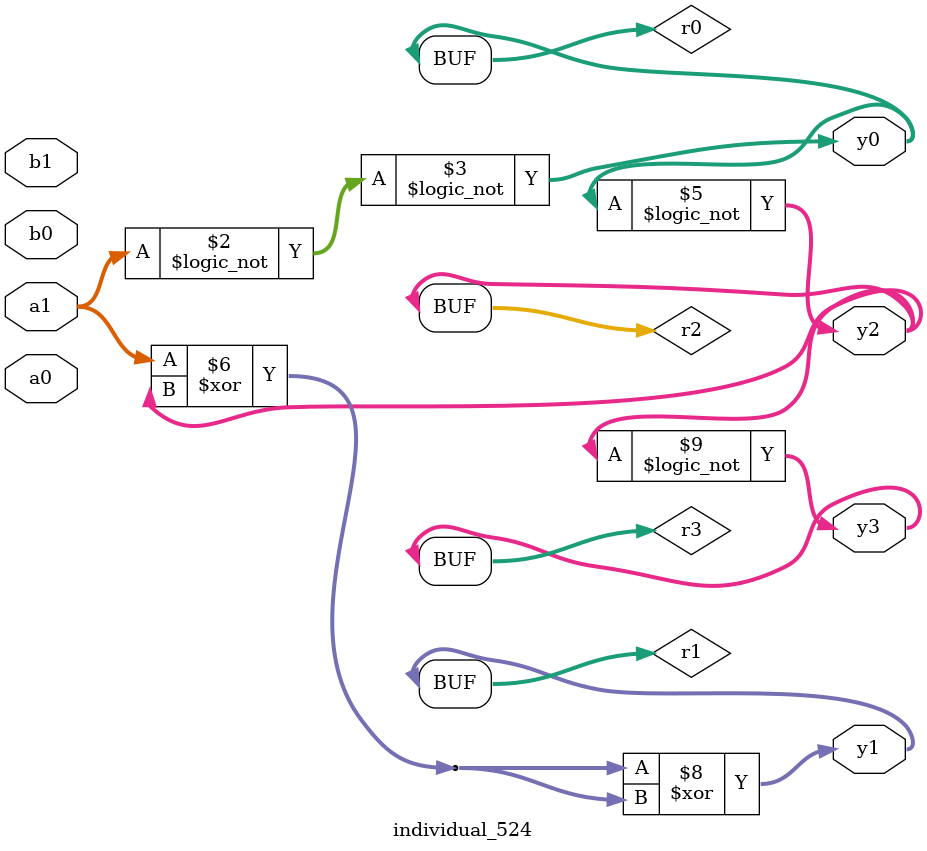
<source format=sv>
module individual_524(input logic [15:0] a1, input logic [15:0] a0, input logic [15:0] b1, input logic [15:0] b0, output logic [15:0] y3, output logic [15:0] y2, output logic [15:0] y1, output logic [15:0] y0);
logic [15:0] r0, r1, r2, r3; 
 always@(*) begin 
	 r0 = a0; r1 = a1; r2 = b0; r3 = b1; 
 	 r3 = ! r1 ;
 	 r0 = ! r3 ;
 	 r3 = ! a0 ;
 	 r2 = ! r0 ;
 	 r1  ^=  r2 ;
 	 r3  |=  r2 ;
 	 r1  ^=  r1 ;
 	 r3 = ! r2 ;
 	 y3 = r3; y2 = r2; y1 = r1; y0 = r0; 
end
endmodule
</source>
